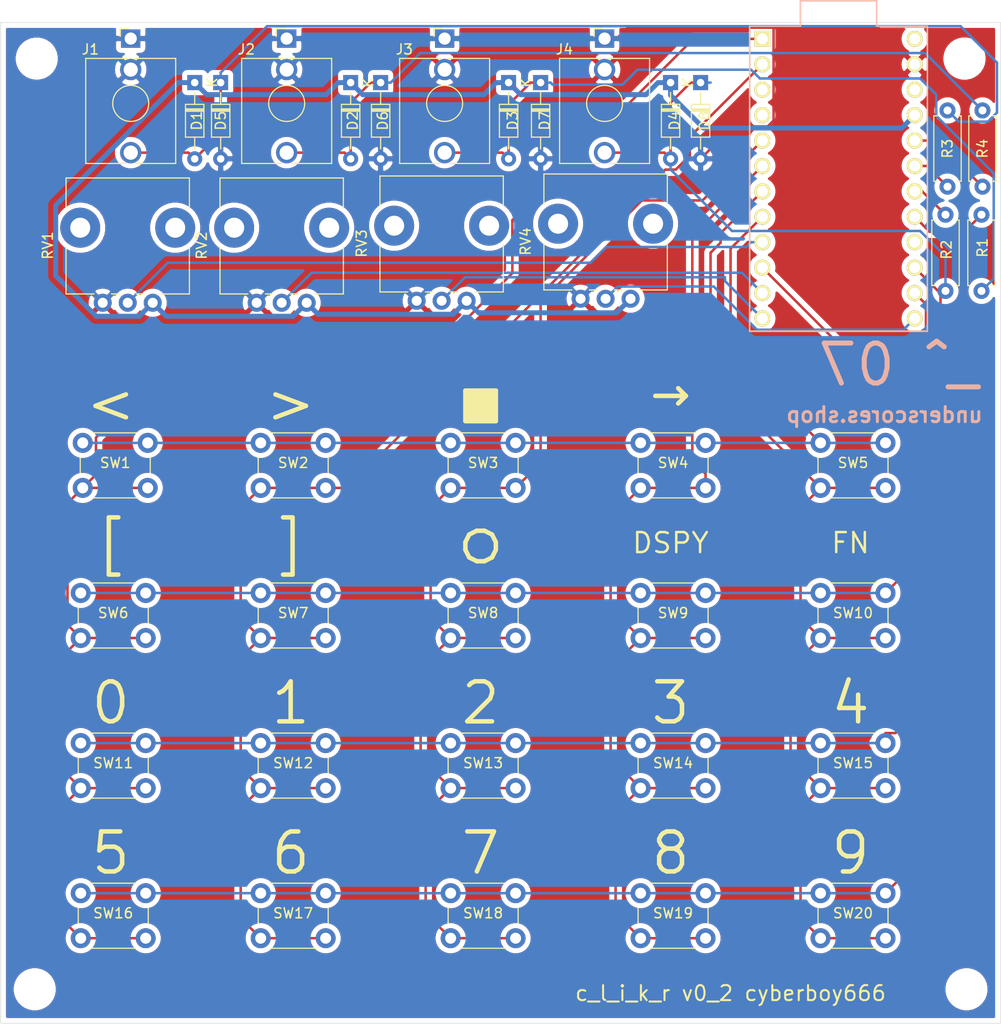
<source format=kicad_pcb>
(kicad_pcb (version 20171130) (host pcbnew 5.1.10)
  (layers (0 F.Cu signal) (31 B.Cu signal) (34 B.Paste user) (35 F.Paste user) (36 B.SilkS user) (37 F.SilkS user) (38 B.Mask user) (39 F.Mask user) (44 Edge.Cuts user))
  (net 0 "")
  (net 1 +5V)
  (net 2 analog_6)
  (net 3 analog_7)
  (net 4 analog_4)
  (net 5 analog_5)
  (net 6 GND)
  (net 7 analog_0)
  (net 8 analog_1)
  (net 9 analog_2)
  (net 10 analog_3)
  (net 11 key_y0)
  (net 12 key_x0)
  (net 13 key_x1)
  (net 14 key_x2)
  (net 15 key_x3)
  (net 16 key_x4)
  (net 17 key_y1)
  (net 18 key_y2)
  (net 19 key_y3)
  (net 20 "Net-(U1-Pad3)")
  (net 21 "Net-(U1-Pad4)")
  (net 22 "Net-(U1-Pad16)")
  (net 23 "Net-(U1-Pad22)")
  (net 24 "Net-(U1-Pad24)")
  (net 25 "Net-(D1-Pad2)")
  (net 26 "Net-(D2-Pad2)")
  (net 27 "Net-(D3-Pad2)")
  (net 28 "Net-(D4-Pad2)")
  (module MountingHole:MountingHole_3.2mm_M3 (layer F.Cu) (at 108.4 146.6)
    (fp_text reference "" (at 0 -4.2) (layer F.SilkS))
    (fp_text value MountingHole_3.2mm_M3)
    (pad 1 np_thru_hole circle (at 0 0) (size 3.2 3.2) (drill 3.2) (layers *.Cu *.Mask))
  )
  (module MountingHole:MountingHole_3.2mm_M3 (layer F.Cu) (at 201.6 146.6)
    (fp_text reference REF** hide)
    (fp_text value MountingHole_3.2mm_M3)
    (pad 1 np_thru_hole circle (at 0 0) (size 3.2 3.2) (drill 3.2) (layers *.Cu *.Mask))
  )
  (module MountingHole:MountingHole_3.2mm_M3 (layer F.Cu) (at 201.4 53.6)
    (fp_text reference REF** hide)
    (fp_text value MountingHole_3.2mm_M3)
    (pad 1 np_thru_hole circle (at 0 0) (size 3.2 3.2) (drill 3.2) (layers *.Cu *.Mask))
  )
  (module MountingHole:MountingHole_3.2mm_M3 (layer F.Cu) (at 108.6 53.6)
    (fp_text reference REF** hide)
    (fp_text value MountingHole_3.2mm_M3)
    (pad 1 np_thru_hole circle (at 0 0) (size 3.2 3.2) (drill 3.2) (layers *.Cu *.Mask))
  )
  (module Diode_THT:D_DO-34_SOD68_P7.62mm_Horizontal (layer F.Cu) (at 124.4 56 270)
    (fp_text reference D1 (at 3.81 -0.2 90) (layer F.SilkS))
    (fp_text value bat46)
    (fp_text user K (at 0 -1.75 90) (layer F.SilkS))
    (pad 2 thru_hole oval (at 7.62 0 270) (size 1.5 1.5) (drill 0.75) (layers *.Cu *.Mask) (net 25 "Net-(D1-Pad2)"))
    (pad 1 thru_hole rect (at 0 0 270) (size 1.5 1.5) (drill 0.75) (layers *.Cu *.Mask) (net 1 +5V))
  )
  (module Diode_THT:D_DO-34_SOD68_P7.62mm_Horizontal (layer F.Cu) (at 140 56 270)
    (fp_text reference D2 (at 3.81 -0.2 90) (layer F.SilkS))
    (fp_text value bat46)
    (fp_text user K (at 0 -1.75 90) (layer F.SilkS))
    (pad 2 thru_hole oval (at 7.62 0 270) (size 1.5 1.5) (drill 0.75) (layers *.Cu *.Mask) (net 26 "Net-(D2-Pad2)"))
    (pad 1 thru_hole rect (at 0 0 270) (size 1.5 1.5) (drill 0.75) (layers *.Cu *.Mask) (net 1 +5V))
  )
  (module Diode_THT:D_DO-34_SOD68_P7.62mm_Horizontal (layer F.Cu) (at 155.8 56 270)
    (fp_text reference D3 (at 3.8 -0.4 90) (layer F.SilkS))
    (fp_text value bat46)
    (fp_text user K (at 0 -1.75 90) (layer F.SilkS))
    (pad 2 thru_hole oval (at 7.62 0 270) (size 1.5 1.5) (drill 0.75) (layers *.Cu *.Mask) (net 27 "Net-(D3-Pad2)"))
    (pad 1 thru_hole rect (at 0 0 270) (size 1.5 1.5) (drill 0.75) (layers *.Cu *.Mask) (net 1 +5V))
  )
  (module Diode_THT:D_DO-34_SOD68_P7.62mm_Horizontal (layer F.Cu) (at 172 56 270)
    (fp_text reference D4 (at 3.8 -0.4 90) (layer F.SilkS))
    (fp_text value bat46)
    (fp_text user K (at 0 -1.75 90) (layer F.SilkS))
    (pad 2 thru_hole oval (at 7.62 0 270) (size 1.5 1.5) (drill 0.75) (layers *.Cu *.Mask) (net 28 "Net-(D4-Pad2)"))
    (pad 1 thru_hole rect (at 0 0 270) (size 1.5 1.5) (drill 0.75) (layers *.Cu *.Mask) (net 1 +5V))
  )
  (module Diode_THT:D_DO-34_SOD68_P7.62mm_Horizontal (layer F.Cu) (at 127 56 270)
    (fp_text reference D5 (at 3.81 0 90) (layer F.SilkS))
    (fp_text value bat46)
    (pad 2 thru_hole oval (at 7.62 0 270) (size 1.5 1.5) (drill 0.75) (layers *.Cu *.Mask) (net 6 GND))
    (pad 1 thru_hole rect (at 0 0 270) (size 1.5 1.5) (drill 0.75) (layers *.Cu *.Mask) (net 25 "Net-(D1-Pad2)"))
  )
  (module Diode_THT:D_DO-34_SOD68_P7.62mm_Horizontal (layer F.Cu) (at 143 56 270)
    (fp_text reference D6 (at 3.81 -0.2 90) (layer F.SilkS))
    (fp_text value bat46)
    (pad 2 thru_hole oval (at 7.62 0 270) (size 1.5 1.5) (drill 0.75) (layers *.Cu *.Mask) (net 6 GND))
    (pad 1 thru_hole rect (at 0 0 270) (size 1.5 1.5) (drill 0.75) (layers *.Cu *.Mask) (net 26 "Net-(D2-Pad2)"))
  )
  (module Diode_THT:D_DO-34_SOD68_P7.62mm_Horizontal (layer F.Cu) (at 159 56 270)
    (fp_text reference D7 (at 3.8 -0.4 90) (layer F.SilkS))
    (fp_text value bat46)
    (pad 2 thru_hole oval (at 7.62 0 270) (size 1.5 1.5) (drill 0.75) (layers *.Cu *.Mask) (net 6 GND))
    (pad 1 thru_hole rect (at 0 0 270) (size 1.5 1.5) (drill 0.75) (layers *.Cu *.Mask) (net 27 "Net-(D3-Pad2)"))
  )
  (module Diode_THT:D_DO-34_SOD68_P7.62mm_Horizontal (layer F.Cu) (at 175 56 270)
    (fp_text reference D8 (at 3.81 -0.4 90) (layer F.SilkS))
    (fp_text value bat46)
    (pad 2 thru_hole oval (at 7.62 0 270) (size 1.5 1.5) (drill 0.75) (layers *.Cu *.Mask) (net 6 GND))
    (pad 1 thru_hole rect (at 0 0 270) (size 1.5 1.5) (drill 0.75) (layers *.Cu *.Mask) (net 28 "Net-(D4-Pad2)"))
  )
  (module Connector_Audio:Jack_3.5mm_QingPu_WQP-PJ398SM_Vertical_CircularHoles (layer F.Cu) (at 118 51.6)
    (fp_text reference J1 (at -4.03 1.08 180) (layer F.SilkS))
    (fp_text value mono_jack_3.5mm)
    (pad T thru_hole circle (at 0 11.4 180) (size 2.13 2.13) (drill 1.43) (layers *.Cu *.Mask) (net 25 "Net-(D1-Pad2)"))
    (pad S thru_hole rect (at 0 0 180) (size 1.93 1.83) (drill 1.22) (layers *.Cu *.Mask) (net 6 GND))
    (pad TN thru_hole circle (at 0 3.1 180) (size 2.13 2.13) (drill 1.42) (layers *.Cu *.Mask) (net 6 GND))
  )
  (module Connector_Audio:Jack_3.5mm_QingPu_WQP-PJ398SM_Vertical_CircularHoles (layer F.Cu) (at 133.6 51.6)
    (fp_text reference J2 (at -4.03 1.08 180) (layer F.SilkS))
    (fp_text value mono_jack_3.5mm)
    (pad T thru_hole circle (at 0 11.4 180) (size 2.13 2.13) (drill 1.43) (layers *.Cu *.Mask) (net 26 "Net-(D2-Pad2)"))
    (pad S thru_hole rect (at 0 0 180) (size 1.93 1.83) (drill 1.22) (layers *.Cu *.Mask) (net 6 GND))
    (pad TN thru_hole circle (at 0 3.1 180) (size 2.13 2.13) (drill 1.42) (layers *.Cu *.Mask) (net 6 GND))
  )
  (module Connector_Audio:Jack_3.5mm_QingPu_WQP-PJ398SM_Vertical_CircularHoles (layer F.Cu) (at 149.4 51.6)
    (fp_text reference J3 (at -4.03 1.08 180) (layer F.SilkS))
    (fp_text value mono_jack_3.5mm)
    (pad T thru_hole circle (at 0 11.4 180) (size 2.13 2.13) (drill 1.43) (layers *.Cu *.Mask) (net 27 "Net-(D3-Pad2)"))
    (pad S thru_hole rect (at 0 0 180) (size 1.93 1.83) (drill 1.22) (layers *.Cu *.Mask) (net 6 GND))
    (pad TN thru_hole circle (at 0 3.1 180) (size 2.13 2.13) (drill 1.42) (layers *.Cu *.Mask) (net 6 GND))
  )
  (module Connector_Audio:Jack_3.5mm_QingPu_WQP-PJ398SM_Vertical_CircularHoles (layer F.Cu) (at 165.4 51.6)
    (fp_text reference J4 (at -4.03 1.08 180) (layer F.SilkS))
    (fp_text value mono_jack_3.5mm)
    (pad T thru_hole circle (at 0 11.4 180) (size 2.13 2.13) (drill 1.43) (layers *.Cu *.Mask) (net 28 "Net-(D4-Pad2)"))
    (pad S thru_hole rect (at 0 0 180) (size 1.93 1.83) (drill 1.22) (layers *.Cu *.Mask) (net 6 GND))
    (pad TN thru_hole circle (at 0 3.1 180) (size 2.13 2.13) (drill 1.42) (layers *.Cu *.Mask) (net 6 GND))
  )
  (module Potentiometer_THT:Potentiometer_Alps_RK09L_Single_Vertical (layer F.Cu) (at 120.2 78 90)
    (fp_text reference RV1 (at 5.725 -10.5 90) (layer F.SilkS))
    (fp_text value 10k_pot)
    (pad "" np_thru_hole circle (at 7.5 2.25 90) (size 4 4) (drill 2) (layers *.Cu *.Mask))
    (pad "" np_thru_hole circle (at 7.5 -7.25 90) (size 4 4) (drill 2) (layers *.Cu *.Mask))
    (pad 1 thru_hole circle (at 0 0 90) (size 1.8 1.8) (drill 1) (layers *.Cu *.Mask) (net 1 +5V))
    (pad 2 thru_hole circle (at 0 -2.5 90) (size 1.8 1.8) (drill 1) (layers *.Cu *.Mask) (net 7 analog_0))
    (pad 3 thru_hole circle (at 0 -5 90) (size 1.8 1.8) (drill 1) (layers *.Cu *.Mask) (net 6 GND))
  )
  (module Potentiometer_THT:Potentiometer_Alps_RK09L_Single_Vertical (layer F.Cu) (at 135.6 78 90)
    (fp_text reference RV2 (at 5.725 -10.5 90) (layer F.SilkS))
    (fp_text value 10k_pot)
    (pad "" np_thru_hole circle (at 7.5 2.25 90) (size 4 4) (drill 2) (layers *.Cu *.Mask))
    (pad "" np_thru_hole circle (at 7.5 -7.25 90) (size 4 4) (drill 2) (layers *.Cu *.Mask))
    (pad 1 thru_hole circle (at 0 0 90) (size 1.8 1.8) (drill 1) (layers *.Cu *.Mask) (net 1 +5V))
    (pad 2 thru_hole circle (at 0 -2.5 90) (size 1.8 1.8) (drill 1) (layers *.Cu *.Mask) (net 8 analog_1))
    (pad 3 thru_hole circle (at 0 -5 90) (size 1.8 1.8) (drill 1) (layers *.Cu *.Mask) (net 6 GND))
  )
  (module Potentiometer_THT:Potentiometer_Alps_RK09L_Single_Vertical (layer F.Cu) (at 151.6 77.8 90)
    (fp_text reference RV3 (at 5.725 -10.5 90) (layer F.SilkS))
    (fp_text value 10k_pot)
    (pad "" np_thru_hole circle (at 7.5 2.25 90) (size 4 4) (drill 2) (layers *.Cu *.Mask))
    (pad "" np_thru_hole circle (at 7.5 -7.25 90) (size 4 4) (drill 2) (layers *.Cu *.Mask))
    (pad 1 thru_hole circle (at 0 0 90) (size 1.8 1.8) (drill 1) (layers *.Cu *.Mask) (net 1 +5V))
    (pad 2 thru_hole circle (at 0 -2.5 90) (size 1.8 1.8) (drill 1) (layers *.Cu *.Mask) (net 9 analog_2))
    (pad 3 thru_hole circle (at 0 -5 90) (size 1.8 1.8) (drill 1) (layers *.Cu *.Mask) (net 6 GND))
  )
  (module Potentiometer_THT:Potentiometer_Alps_RK09L_Single_Vertical (layer F.Cu) (at 168 77.6 90)
    (fp_text reference RV4 (at 5.725 -10.5 90) (layer F.SilkS))
    (fp_text value 10k_pot)
    (pad "" np_thru_hole circle (at 7.5 2.25 90) (size 4 4) (drill 2) (layers *.Cu *.Mask))
    (pad "" np_thru_hole circle (at 7.5 -7.25 90) (size 4 4) (drill 2) (layers *.Cu *.Mask))
    (pad 1 thru_hole circle (at 0 0 90) (size 1.8 1.8) (drill 1) (layers *.Cu *.Mask) (net 1 +5V))
    (pad 2 thru_hole circle (at 0 -2.5 90) (size 1.8 1.8) (drill 1) (layers *.Cu *.Mask) (net 10 analog_3))
    (pad 3 thru_hole circle (at 0 -5 90) (size 1.8 1.8) (drill 1) (layers *.Cu *.Mask) (net 6 GND))
  )
  (module Button_Switch_THT:SW_PUSH_6mm_H7.3mm (layer F.Cu) (at 113.2 92)
    (fp_text reference SW1 (at 3.25 2) (layer F.SilkS))
    (fp_text value Push)
    (pad 1 thru_hole circle (at 6.5 0 90) (size 2 2) (drill 1.1) (layers *.Cu *.Mask) (net 11 key_y0))
    (pad 2 thru_hole circle (at 6.5 4.5 90) (size 2 2) (drill 1.1) (layers *.Cu *.Mask) (net 12 key_x0))
    (pad 1 thru_hole circle (at 0 0 90) (size 2 2) (drill 1.1) (layers *.Cu *.Mask) (net 11 key_y0))
    (pad 2 thru_hole circle (at 0 4.5 90) (size 2 2) (drill 1.1) (layers *.Cu *.Mask) (net 12 key_x0))
  )
  (module Button_Switch_THT:SW_PUSH_6mm_H7.3mm (layer F.Cu) (at 131 92)
    (fp_text reference SW2 (at 3.25 2) (layer F.SilkS))
    (fp_text value Push)
    (pad 1 thru_hole circle (at 6.5 0 90) (size 2 2) (drill 1.1) (layers *.Cu *.Mask) (net 11 key_y0))
    (pad 2 thru_hole circle (at 6.5 4.5 90) (size 2 2) (drill 1.1) (layers *.Cu *.Mask) (net 13 key_x1))
    (pad 1 thru_hole circle (at 0 0 90) (size 2 2) (drill 1.1) (layers *.Cu *.Mask) (net 11 key_y0))
    (pad 2 thru_hole circle (at 0 4.5 90) (size 2 2) (drill 1.1) (layers *.Cu *.Mask) (net 13 key_x1))
  )
  (module Button_Switch_THT:SW_PUSH_6mm_H7.3mm (layer F.Cu) (at 150 92)
    (fp_text reference SW3 (at 3.25 2) (layer F.SilkS))
    (fp_text value Push)
    (pad 1 thru_hole circle (at 6.5 0 90) (size 2 2) (drill 1.1) (layers *.Cu *.Mask) (net 11 key_y0))
    (pad 2 thru_hole circle (at 6.5 4.5 90) (size 2 2) (drill 1.1) (layers *.Cu *.Mask) (net 14 key_x2))
    (pad 1 thru_hole circle (at 0 0 90) (size 2 2) (drill 1.1) (layers *.Cu *.Mask) (net 11 key_y0))
    (pad 2 thru_hole circle (at 0 4.5 90) (size 2 2) (drill 1.1) (layers *.Cu *.Mask) (net 14 key_x2))
  )
  (module Button_Switch_THT:SW_PUSH_6mm_H7.3mm (layer F.Cu) (at 169 92)
    (fp_text reference SW4 (at 3.25 2) (layer F.SilkS))
    (fp_text value Push)
    (pad 1 thru_hole circle (at 6.5 0 90) (size 2 2) (drill 1.1) (layers *.Cu *.Mask) (net 11 key_y0))
    (pad 2 thru_hole circle (at 6.5 4.5 90) (size 2 2) (drill 1.1) (layers *.Cu *.Mask) (net 15 key_x3))
    (pad 1 thru_hole circle (at 0 0 90) (size 2 2) (drill 1.1) (layers *.Cu *.Mask) (net 11 key_y0))
    (pad 2 thru_hole circle (at 0 4.5 90) (size 2 2) (drill 1.1) (layers *.Cu *.Mask) (net 15 key_x3))
  )
  (module Button_Switch_THT:SW_PUSH_6mm_H7.3mm (layer F.Cu) (at 187 92)
    (fp_text reference SW5 (at 3.25 2) (layer F.SilkS))
    (fp_text value Push)
    (pad 1 thru_hole circle (at 6.5 0 90) (size 2 2) (drill 1.1) (layers *.Cu *.Mask) (net 11 key_y0))
    (pad 2 thru_hole circle (at 6.5 4.5 90) (size 2 2) (drill 1.1) (layers *.Cu *.Mask) (net 16 key_x4))
    (pad 1 thru_hole circle (at 0 0 90) (size 2 2) (drill 1.1) (layers *.Cu *.Mask) (net 11 key_y0))
    (pad 2 thru_hole circle (at 0 4.5 90) (size 2 2) (drill 1.1) (layers *.Cu *.Mask) (net 16 key_x4))
  )
  (module Button_Switch_THT:SW_PUSH_6mm_H7.3mm (layer F.Cu) (at 113 107)
    (fp_text reference SW6 (at 3.25 2) (layer F.SilkS))
    (fp_text value Push)
    (pad 1 thru_hole circle (at 6.5 0 90) (size 2 2) (drill 1.1) (layers *.Cu *.Mask) (net 17 key_y1))
    (pad 2 thru_hole circle (at 6.5 4.5 90) (size 2 2) (drill 1.1) (layers *.Cu *.Mask) (net 12 key_x0))
    (pad 1 thru_hole circle (at 0 0 90) (size 2 2) (drill 1.1) (layers *.Cu *.Mask) (net 17 key_y1))
    (pad 2 thru_hole circle (at 0 4.5 90) (size 2 2) (drill 1.1) (layers *.Cu *.Mask) (net 12 key_x0))
  )
  (module Button_Switch_THT:SW_PUSH_6mm_H7.3mm (layer F.Cu) (at 131 107)
    (fp_text reference SW7 (at 3.25 2) (layer F.SilkS))
    (fp_text value Push)
    (pad 1 thru_hole circle (at 6.5 0 90) (size 2 2) (drill 1.1) (layers *.Cu *.Mask) (net 17 key_y1))
    (pad 2 thru_hole circle (at 6.5 4.5 90) (size 2 2) (drill 1.1) (layers *.Cu *.Mask) (net 13 key_x1))
    (pad 1 thru_hole circle (at 0 0 90) (size 2 2) (drill 1.1) (layers *.Cu *.Mask) (net 17 key_y1))
    (pad 2 thru_hole circle (at 0 4.5 90) (size 2 2) (drill 1.1) (layers *.Cu *.Mask) (net 13 key_x1))
  )
  (module Button_Switch_THT:SW_PUSH_6mm_H7.3mm (layer F.Cu) (at 150 107)
    (fp_text reference SW8 (at 3.25 2) (layer F.SilkS))
    (fp_text value Push)
    (pad 1 thru_hole circle (at 6.5 0 90) (size 2 2) (drill 1.1) (layers *.Cu *.Mask) (net 17 key_y1))
    (pad 2 thru_hole circle (at 6.5 4.5 90) (size 2 2) (drill 1.1) (layers *.Cu *.Mask) (net 14 key_x2))
    (pad 1 thru_hole circle (at 0 0 90) (size 2 2) (drill 1.1) (layers *.Cu *.Mask) (net 17 key_y1))
    (pad 2 thru_hole circle (at 0 4.5 90) (size 2 2) (drill 1.1) (layers *.Cu *.Mask) (net 14 key_x2))
  )
  (module Button_Switch_THT:SW_PUSH_6mm_H7.3mm (layer F.Cu) (at 169 107)
    (fp_text reference SW9 (at 3.25 2) (layer F.SilkS))
    (fp_text value Push)
    (pad 1 thru_hole circle (at 6.5 0 90) (size 2 2) (drill 1.1) (layers *.Cu *.Mask) (net 17 key_y1))
    (pad 2 thru_hole circle (at 6.5 4.5 90) (size 2 2) (drill 1.1) (layers *.Cu *.Mask) (net 15 key_x3))
    (pad 1 thru_hole circle (at 0 0 90) (size 2 2) (drill 1.1) (layers *.Cu *.Mask) (net 17 key_y1))
    (pad 2 thru_hole circle (at 0 4.5 90) (size 2 2) (drill 1.1) (layers *.Cu *.Mask) (net 15 key_x3))
  )
  (module Button_Switch_THT:SW_PUSH_6mm_H7.3mm (layer F.Cu) (at 187 107)
    (fp_text reference SW10 (at 3.25 2) (layer F.SilkS))
    (fp_text value Push)
    (pad 1 thru_hole circle (at 6.5 0 90) (size 2 2) (drill 1.1) (layers *.Cu *.Mask) (net 17 key_y1))
    (pad 2 thru_hole circle (at 6.5 4.5 90) (size 2 2) (drill 1.1) (layers *.Cu *.Mask) (net 16 key_x4))
    (pad 1 thru_hole circle (at 0 0 90) (size 2 2) (drill 1.1) (layers *.Cu *.Mask) (net 17 key_y1))
    (pad 2 thru_hole circle (at 0 4.5 90) (size 2 2) (drill 1.1) (layers *.Cu *.Mask) (net 16 key_x4))
  )
  (module Button_Switch_THT:SW_PUSH_6mm_H7.3mm (layer F.Cu) (at 113 122)
    (fp_text reference SW11 (at 3.25 2) (layer F.SilkS))
    (fp_text value Push)
    (pad 1 thru_hole circle (at 6.5 0 90) (size 2 2) (drill 1.1) (layers *.Cu *.Mask) (net 18 key_y2))
    (pad 2 thru_hole circle (at 6.5 4.5 90) (size 2 2) (drill 1.1) (layers *.Cu *.Mask) (net 12 key_x0))
    (pad 1 thru_hole circle (at 0 0 90) (size 2 2) (drill 1.1) (layers *.Cu *.Mask) (net 18 key_y2))
    (pad 2 thru_hole circle (at 0 4.5 90) (size 2 2) (drill 1.1) (layers *.Cu *.Mask) (net 12 key_x0))
  )
  (module Button_Switch_THT:SW_PUSH_6mm_H7.3mm (layer F.Cu) (at 131 122)
    (fp_text reference SW12 (at 3.25 2) (layer F.SilkS))
    (fp_text value Push)
    (pad 1 thru_hole circle (at 6.5 0 90) (size 2 2) (drill 1.1) (layers *.Cu *.Mask) (net 18 key_y2))
    (pad 2 thru_hole circle (at 6.5 4.5 90) (size 2 2) (drill 1.1) (layers *.Cu *.Mask) (net 13 key_x1))
    (pad 1 thru_hole circle (at 0 0 90) (size 2 2) (drill 1.1) (layers *.Cu *.Mask) (net 18 key_y2))
    (pad 2 thru_hole circle (at 0 4.5 90) (size 2 2) (drill 1.1) (layers *.Cu *.Mask) (net 13 key_x1))
  )
  (module Button_Switch_THT:SW_PUSH_6mm_H7.3mm (layer F.Cu) (at 150 122)
    (fp_text reference SW13 (at 3.25 2) (layer F.SilkS))
    (fp_text value Push)
    (pad 1 thru_hole circle (at 6.5 0 90) (size 2 2) (drill 1.1) (layers *.Cu *.Mask) (net 18 key_y2))
    (pad 2 thru_hole circle (at 6.5 4.5 90) (size 2 2) (drill 1.1) (layers *.Cu *.Mask) (net 14 key_x2))
    (pad 1 thru_hole circle (at 0 0 90) (size 2 2) (drill 1.1) (layers *.Cu *.Mask) (net 18 key_y2))
    (pad 2 thru_hole circle (at 0 4.5 90) (size 2 2) (drill 1.1) (layers *.Cu *.Mask) (net 14 key_x2))
  )
  (module Button_Switch_THT:SW_PUSH_6mm_H7.3mm (layer F.Cu) (at 169 122)
    (fp_text reference SW14 (at 3.25 2) (layer F.SilkS))
    (fp_text value Push)
    (pad 1 thru_hole circle (at 6.5 0 90) (size 2 2) (drill 1.1) (layers *.Cu *.Mask) (net 18 key_y2))
    (pad 2 thru_hole circle (at 6.5 4.5 90) (size 2 2) (drill 1.1) (layers *.Cu *.Mask) (net 15 key_x3))
    (pad 1 thru_hole circle (at 0 0 90) (size 2 2) (drill 1.1) (layers *.Cu *.Mask) (net 18 key_y2))
    (pad 2 thru_hole circle (at 0 4.5 90) (size 2 2) (drill 1.1) (layers *.Cu *.Mask) (net 15 key_x3))
  )
  (module Button_Switch_THT:SW_PUSH_6mm_H7.3mm (layer F.Cu) (at 187 122)
    (fp_text reference SW15 (at 3.25 2) (layer F.SilkS))
    (fp_text value Push)
    (pad 1 thru_hole circle (at 6.5 0 90) (size 2 2) (drill 1.1) (layers *.Cu *.Mask) (net 18 key_y2))
    (pad 2 thru_hole circle (at 6.5 4.5 90) (size 2 2) (drill 1.1) (layers *.Cu *.Mask) (net 16 key_x4))
    (pad 1 thru_hole circle (at 0 0 90) (size 2 2) (drill 1.1) (layers *.Cu *.Mask) (net 18 key_y2))
    (pad 2 thru_hole circle (at 0 4.5 90) (size 2 2) (drill 1.1) (layers *.Cu *.Mask) (net 16 key_x4))
  )
  (module Button_Switch_THT:SW_PUSH_6mm_H7.3mm (layer F.Cu) (at 113 137)
    (fp_text reference SW16 (at 3.25 2) (layer F.SilkS))
    (fp_text value Push)
    (pad 1 thru_hole circle (at 6.5 0 90) (size 2 2) (drill 1.1) (layers *.Cu *.Mask) (net 19 key_y3))
    (pad 2 thru_hole circle (at 6.5 4.5 90) (size 2 2) (drill 1.1) (layers *.Cu *.Mask) (net 12 key_x0))
    (pad 1 thru_hole circle (at 0 0 90) (size 2 2) (drill 1.1) (layers *.Cu *.Mask) (net 19 key_y3))
    (pad 2 thru_hole circle (at 0 4.5 90) (size 2 2) (drill 1.1) (layers *.Cu *.Mask) (net 12 key_x0))
  )
  (module Button_Switch_THT:SW_PUSH_6mm_H7.3mm (layer F.Cu) (at 131 137)
    (fp_text reference SW17 (at 3.25 2) (layer F.SilkS))
    (fp_text value Push)
    (pad 1 thru_hole circle (at 6.5 0 90) (size 2 2) (drill 1.1) (layers *.Cu *.Mask) (net 19 key_y3))
    (pad 2 thru_hole circle (at 6.5 4.5 90) (size 2 2) (drill 1.1) (layers *.Cu *.Mask) (net 13 key_x1))
    (pad 1 thru_hole circle (at 0 0 90) (size 2 2) (drill 1.1) (layers *.Cu *.Mask) (net 19 key_y3))
    (pad 2 thru_hole circle (at 0 4.5 90) (size 2 2) (drill 1.1) (layers *.Cu *.Mask) (net 13 key_x1))
  )
  (module Button_Switch_THT:SW_PUSH_6mm_H7.3mm (layer F.Cu) (at 150 137)
    (fp_text reference SW18 (at 3.25 2) (layer F.SilkS))
    (fp_text value Push)
    (pad 1 thru_hole circle (at 6.5 0 90) (size 2 2) (drill 1.1) (layers *.Cu *.Mask) (net 19 key_y3))
    (pad 2 thru_hole circle (at 6.5 4.5 90) (size 2 2) (drill 1.1) (layers *.Cu *.Mask) (net 14 key_x2))
    (pad 1 thru_hole circle (at 0 0 90) (size 2 2) (drill 1.1) (layers *.Cu *.Mask) (net 19 key_y3))
    (pad 2 thru_hole circle (at 0 4.5 90) (size 2 2) (drill 1.1) (layers *.Cu *.Mask) (net 14 key_x2))
  )
  (module Button_Switch_THT:SW_PUSH_6mm_H7.3mm (layer F.Cu) (at 169 137)
    (fp_text reference SW19 (at 3.25 2) (layer F.SilkS))
    (fp_text value Push)
    (pad 1 thru_hole circle (at 6.5 0 90) (size 2 2) (drill 1.1) (layers *.Cu *.Mask) (net 19 key_y3))
    (pad 2 thru_hole circle (at 6.5 4.5 90) (size 2 2) (drill 1.1) (layers *.Cu *.Mask) (net 15 key_x3))
    (pad 1 thru_hole circle (at 0 0 90) (size 2 2) (drill 1.1) (layers *.Cu *.Mask) (net 19 key_y3))
    (pad 2 thru_hole circle (at 0 4.5 90) (size 2 2) (drill 1.1) (layers *.Cu *.Mask) (net 15 key_x3))
  )
  (module Button_Switch_THT:SW_PUSH_6mm_H7.3mm (layer F.Cu) (at 187 137)
    (fp_text reference SW20 (at 3.25 2) (layer F.SilkS))
    (fp_text value Push)
    (pad 1 thru_hole circle (at 6.5 0 90) (size 2 2) (drill 1.1) (layers *.Cu *.Mask) (net 19 key_y3))
    (pad 2 thru_hole circle (at 6.5 4.5 90) (size 2 2) (drill 1.1) (layers *.Cu *.Mask) (net 16 key_x4))
    (pad 1 thru_hole circle (at 0 0 90) (size 2 2) (drill 1.1) (layers *.Cu *.Mask) (net 19 key_y3))
    (pad 2 thru_hole circle (at 0 4.5 90) (size 2 2) (drill 1.1) (layers *.Cu *.Mask) (net 16 key_x4))
  )
  (module project_parts:ProMicro (layer F.Cu) (at 188.8 65.6 270)
    (fp_text reference U1 hide)
    (fp_text value ProMicro)
    (pad 24 thru_hole circle (at -13.97 -7.62 270) (size 1.6 1.6) (drill 1.1) (layers *.Cu *.Mask F.SilkS) (net 24 "Net-(U1-Pad24)"))
    (pad 23 thru_hole circle (at -11.43 -7.62 270) (size 1.6 1.6) (drill 1.1) (layers *.Cu *.Mask F.SilkS) (net 6 GND))
    (pad 22 thru_hole circle (at -8.89 -7.62 270) (size 1.6 1.6) (drill 1.1) (layers *.Cu *.Mask F.SilkS) (net 23 "Net-(U1-Pad22)"))
    (pad 21 thru_hole circle (at -6.35 -7.62 270) (size 1.6 1.6) (drill 1.1) (layers *.Cu *.Mask F.SilkS) (net 1 +5V))
    (pad 20 thru_hole circle (at -3.81 -7.62 270) (size 1.6 1.6) (drill 1.1) (layers *.Cu *.Mask F.SilkS) (net 3 analog_7))
    (pad 19 thru_hole circle (at -1.27 -7.62 270) (size 1.6 1.6) (drill 1.1) (layers *.Cu *.Mask F.SilkS) (net 2 analog_6))
    (pad 18 thru_hole circle (at 1.27 -7.62 270) (size 1.6 1.6) (drill 1.1) (layers *.Cu *.Mask F.SilkS) (net 5 analog_5))
    (pad 17 thru_hole circle (at 3.81 -7.62 270) (size 1.6 1.6) (drill 1.1) (layers *.Cu *.Mask F.SilkS) (net 4 analog_4))
    (pad 16 thru_hole circle (at 6.35 -7.62 270) (size 1.6 1.6) (drill 1.1) (layers *.Cu *.Mask F.SilkS) (net 22 "Net-(U1-Pad16)"))
    (pad 15 thru_hole circle (at 8.89 -7.62 270) (size 1.6 1.6) (drill 1.1) (layers *.Cu *.Mask F.SilkS) (net 19 key_y3))
    (pad 14 thru_hole circle (at 11.43 -7.62 270) (size 1.6 1.6) (drill 1.1) (layers *.Cu *.Mask F.SilkS) (net 18 key_y2))
    (pad 13 thru_hole circle (at 13.97 -7.62 270) (size 1.6 1.6) (drill 1.1) (layers *.Cu *.Mask F.SilkS) (net 10 analog_3))
    (pad 12 thru_hole circle (at 13.97 7.62 270) (size 1.6 1.6) (drill 1.1) (layers *.Cu *.Mask F.SilkS) (net 9 analog_2))
    (pad 11 thru_hole circle (at 11.43 7.62 270) (size 1.6 1.6) (drill 1.1) (layers *.Cu *.Mask F.SilkS) (net 8 analog_1))
    (pad 10 thru_hole circle (at 8.89 7.62 270) (size 1.6 1.6) (drill 1.1) (layers *.Cu *.Mask F.SilkS) (net 17 key_y1))
    (pad 9 thru_hole circle (at 6.35 7.62 270) (size 1.6 1.6) (drill 1.1) (layers *.Cu *.Mask F.SilkS) (net 7 analog_0))
    (pad 8 thru_hole circle (at 3.81 7.62 270) (size 1.6 1.6) (drill 1.1) (layers *.Cu *.Mask F.SilkS) (net 11 key_y0))
    (pad 7 thru_hole circle (at 1.27 7.62 270) (size 1.6 1.6) (drill 1.1) (layers *.Cu *.Mask F.SilkS) (net 16 key_x4))
    (pad 6 thru_hole circle (at -1.27 7.62 270) (size 1.6 1.6) (drill 1.1) (layers *.Cu *.Mask F.SilkS) (net 15 key_x3))
    (pad 5 thru_hole circle (at -3.81 7.62 270) (size 1.6 1.6) (drill 1.1) (layers *.Cu *.Mask F.SilkS) (net 14 key_x2))
    (pad 4 thru_hole circle (at -6.35 7.62 270) (size 1.6 1.6) (drill 1.1) (layers *.Cu *.Mask F.SilkS) (net 21 "Net-(U1-Pad4)"))
    (pad 3 thru_hole circle (at -8.89 7.62 270) (size 1.6 1.6) (drill 1.1) (layers *.Cu *.Mask F.SilkS) (net 20 "Net-(U1-Pad3)"))
    (pad 2 thru_hole circle (at -11.43 7.62 270) (size 1.6 1.6) (drill 1.1) (layers *.Cu *.Mask F.SilkS) (net 13 key_x1))
    (pad 1 thru_hole rect (at -13.97 7.62 270) (size 1.6 1.6) (drill 1.1) (layers *.Cu *.Mask F.SilkS) (net 12 key_x0))
  )
  (module Resistor_THT:R_Axial_DIN0207_L6.3mm_D2.5mm_P7.62mm_Horizontal (layer F.Cu) (at 203.1 69.2 270)
    (fp_text reference R1 (at 3.3 -0.1 90) (layer F.SilkS))
    (fp_text value 1k)
    (pad 2 thru_hole oval (at 7.62 0 270) (size 1.6 1.6) (drill 0.8) (layers *.Cu *.Mask) (net 27 "Net-(D3-Pad2)"))
    (pad 1 thru_hole circle (at 0 0 270) (size 1.6 1.6) (drill 0.8) (layers *.Cu *.Mask) (net 4 analog_4))
  )
  (module Resistor_THT:R_Axial_DIN0207_L6.3mm_D2.5mm_P7.62mm_Horizontal (layer F.Cu) (at 199.5 69.2 270)
    (fp_text reference R2 (at 3.5 -0.1 90) (layer F.SilkS))
    (fp_text value 1k)
    (pad 1 thru_hole circle (at 0 0 270) (size 1.6 1.6) (drill 0.8) (layers *.Cu *.Mask) (net 5 analog_5))
    (pad 2 thru_hole oval (at 7.62 0 270) (size 1.6 1.6) (drill 0.8) (layers *.Cu *.Mask) (net 28 "Net-(D4-Pad2)"))
  )
  (module Resistor_THT:R_Axial_DIN0207_L6.3mm_D2.5mm_P7.62mm_Horizontal (layer F.Cu) (at 199.7 66.4 90)
    (fp_text reference R3 (at 3.8 0 90) (layer F.SilkS))
    (fp_text value 1k)
    (pad 2 thru_hole oval (at 7.62 0 90) (size 1.6 1.6) (drill 0.8) (layers *.Cu *.Mask) (net 25 "Net-(D1-Pad2)"))
    (pad 1 thru_hole circle (at 0 0 90) (size 1.6 1.6) (drill 0.8) (layers *.Cu *.Mask) (net 2 analog_6))
  )
  (module Resistor_THT:R_Axial_DIN0207_L6.3mm_D2.5mm_P7.62mm_Horizontal (layer F.Cu) (at 203.2 66.4 90)
    (fp_text reference R4 (at 3.8 0 90) (layer F.SilkS))
    (fp_text value 1k)
    (pad 1 thru_hole circle (at 0 0 90) (size 1.6 1.6) (drill 0.8) (layers *.Cu *.Mask) (net 3 analog_7))
    (pad 2 thru_hole oval (at 7.62 0 90) (size 1.6 1.6) (drill 0.8) (layers *.Cu *.Mask) (net 26 "Net-(D2-Pad2)"))
  )
  (gr_text "_^ 07" (at 194.8 84.2) (layer B.SilkS) (effects (font (size 4 4) (thickness 0.5)) (justify mirror)))
  (gr_text underscores.shop (at 193.4 89.2) (layer B.SilkS) (effects (font (size 1.5 1.5) (thickness 0.3)) (justify mirror)))
  (gr_text "c_l_i_k_r v0_2 cyberboy666" (at 178 147) (layer F.SilkS) (effects (font (size 1.5 1.5) (thickness 0.2))))
  (gr_text 9 (at 190 133) (layer F.SilkS) (effects (font (size 4 4) (thickness 0.45))))
  (gr_text 8 (at 172 133) (layer F.SilkS) (effects (font (size 4 4) (thickness 0.45))))
  (gr_text 7 (at 153 133) (layer F.SilkS) (effects (font (size 4 4) (thickness 0.45))))
  (gr_text 6 (at 134 133) (layer F.SilkS) (effects (font (size 4 4) (thickness 0.45))))
  (gr_text 5 (at 116 133) (layer F.SilkS) (effects (font (size 4 4) (thickness 0.45))))
  (gr_text 4 (at 190 118) (layer F.SilkS) (effects (font (size 4 4) (thickness 0.45))))
  (gr_text 3 (at 172 118) (layer F.SilkS) (effects (font (size 4 4) (thickness 0.45))))
  (gr_text 2 (at 153 118) (layer F.SilkS) (effects (font (size 4 4) (thickness 0.45))))
  (gr_text 1 (at 134 118) (layer F.SilkS) (effects (font (size 4 4) (thickness 0.45))))
  (gr_text 0 (at 116 118) (layer F.SilkS) (effects (font (size 4 4) (thickness 0.45))))
  (gr_text FN (at 190 102) (layer F.SilkS) (effects (font (size 2 2) (thickness 0.25))))
  (gr_text DSPY (at 172 102) (layer F.SilkS) (effects (font (size 2 2) (thickness 0.25))))
  (gr_text ○ (at 153 102) (layer F.SilkS) (effects (font (size 4 4) (thickness 0.45))))
  (gr_text ] (at 134 102) (layer F.SilkS) (effects (font (size 4 4) (thickness 0.45))))
  (gr_text [ (at 116 102) (layer F.SilkS) (effects (font (size 4 4) (thickness 0.45))))
  (gr_text → (at 172 87) (layer F.SilkS) (effects (font (size 4 4) (thickness 0.45))))
  (gr_text ■ (at 153 88) (layer F.SilkS) (effects (font (size 4 4) (thickness 0.45))))
  (gr_text > (at 134 88) (layer F.SilkS) (effects (font (size 4 4) (thickness 0.45))))
  (gr_text < (at 116 88) (layer F.SilkS) (effects (font (size 4 4) (thickness 0.45))))
  (gr_line (start 105 150) (end 105 50) (layer Edge.Cuts) (width 0.05))
  (gr_line (start 205 150) (end 105 150) (layer Edge.Cuts) (width 0.05))
  (gr_line (start 205 50) (end 205 150) (layer Edge.Cuts) (width 0.05))
  (gr_line (start 105 50) (end 205 50) (layer Edge.Cuts) (width 0.05))
  (segment (start 172 57.25) (end 172 56) (width 0.5) (layer B.Cu) (net 1))
  (segment (start 175.289999 60.539999) (end 172 57.25) (width 0.5) (layer B.Cu) (net 1))
  (segment (start 195.130001 60.539999) (end 175.289999 60.539999) (width 0.5) (layer B.Cu) (net 1))
  (segment (start 196.42 59.25) (end 195.130001 60.539999) (width 0.5) (layer B.Cu) (net 1))
  (segment (start 157.000001 57.200001) (end 155.8 56) (width 0.5) (layer B.Cu) (net 1))
  (segment (start 169.549999 57.200001) (end 157.000001 57.200001) (width 0.5) (layer B.Cu) (net 1))
  (segment (start 170.75 56) (end 169.549999 57.200001) (width 0.5) (layer B.Cu) (net 1))
  (segment (start 172 56) (end 170.75 56) (width 0.5) (layer B.Cu) (net 1))
  (segment (start 141.200001 57.200001) (end 140 56) (width 0.5) (layer B.Cu) (net 1))
  (segment (start 154.55 56) (end 153.349999 57.200001) (width 0.5) (layer B.Cu) (net 1))
  (segment (start 153.349999 57.200001) (end 141.200001 57.200001) (width 0.5) (layer B.Cu) (net 1))
  (segment (start 155.8 56) (end 154.55 56) (width 0.5) (layer B.Cu) (net 1))
  (segment (start 125.600001 57.200001) (end 124.4 56) (width 0.5) (layer B.Cu) (net 1))
  (segment (start 137.549999 57.200001) (end 125.600001 57.200001) (width 0.5) (layer B.Cu) (net 1))
  (segment (start 138.75 56) (end 137.549999 57.200001) (width 0.5) (layer B.Cu) (net 1))
  (segment (start 140 56) (end 138.75 56) (width 0.5) (layer B.Cu) (net 1))
  (segment (start 136.750001 79.150001) (end 136.499999 78.899999) (width 0.5) (layer B.Cu) (net 1))
  (segment (start 136.499999 78.899999) (end 135.6 78) (width 0.5) (layer B.Cu) (net 1))
  (segment (start 150.249999 79.150001) (end 136.750001 79.150001) (width 0.5) (layer B.Cu) (net 1))
  (segment (start 151.6 77.8) (end 150.249999 79.150001) (width 0.5) (layer B.Cu) (net 1))
  (segment (start 121.099999 78.899999) (end 120.2 78) (width 0.5) (layer B.Cu) (net 1))
  (segment (start 121.550001 79.350001) (end 121.099999 78.899999) (width 0.5) (layer B.Cu) (net 1))
  (segment (start 134.249999 79.350001) (end 121.550001 79.350001) (width 0.5) (layer B.Cu) (net 1))
  (segment (start 135.6 78) (end 134.249999 79.350001) (width 0.5) (layer B.Cu) (net 1))
  (segment (start 167.100001 78.499999) (end 168 77.6) (width 0.5) (layer B.Cu) (net 1))
  (segment (start 152.8 79) (end 166.6 79) (width 0.5) (layer B.Cu) (net 1))
  (segment (start 166.6 79) (end 167.100001 78.499999) (width 0.5) (layer B.Cu) (net 1))
  (segment (start 151.6 77.8) (end 152.8 79) (width 0.5) (layer B.Cu) (net 1))
  (segment (start 114.551999 79.350001) (end 118.849999 79.350001) (width 0.5) (layer B.Cu) (net 1))
  (segment (start 110.499999 75.298001) (end 114.551999 79.350001) (width 0.5) (layer B.Cu) (net 1))
  (segment (start 110.499999 68.257799) (end 110.499999 75.298001) (width 0.5) (layer B.Cu) (net 1))
  (segment (start 119.300001 78.899999) (end 120.2 78) (width 0.5) (layer B.Cu) (net 1))
  (segment (start 118.849999 79.350001) (end 119.300001 78.899999) (width 0.5) (layer B.Cu) (net 1))
  (segment (start 122.757798 56) (end 110.499999 68.257799) (width 0.5) (layer B.Cu) (net 1))
  (segment (start 124.4 56) (end 122.757798 56) (width 0.5) (layer B.Cu) (net 1))
  (segment (start 197.63 64.33) (end 196.42 64.33) (width 0.25) (layer F.Cu) (net 2))
  (segment (start 199.7 66.4) (end 197.63 64.33) (width 0.25) (layer F.Cu) (net 2))
  (segment (start 198.59 61.79) (end 196.42 61.79) (width 0.25) (layer F.Cu) (net 3))
  (segment (start 203.2 66.4) (end 198.59 61.79) (width 0.25) (layer F.Cu) (net 3))
  (segment (start 202.300001 69.999999) (end 203.1 69.2) (width 0.25) (layer F.Cu) (net 4))
  (segment (start 201.4 70.9) (end 202.300001 69.999999) (width 0.25) (layer F.Cu) (net 4))
  (segment (start 197.91 70.9) (end 201.4 70.9) (width 0.25) (layer F.Cu) (net 4))
  (segment (start 196.42 69.41) (end 197.91 70.9) (width 0.25) (layer F.Cu) (net 4))
  (segment (start 197.17 66.87) (end 196.42 66.87) (width 0.25) (layer F.Cu) (net 5))
  (segment (start 199.5 69.2) (end 197.17 66.87) (width 0.25) (layer F.Cu) (net 5))
  (segment (start 192.754999 50.504999) (end 167.710001 50.504999) (width 0.25) (layer F.Cu) (net 6))
  (segment (start 196.42 54.17) (end 192.754999 50.504999) (width 0.25) (layer F.Cu) (net 6))
  (segment (start 182.305001 50.569999) (end 182.240001 50.504999) (width 0.25) (layer F.Cu) (net 6))
  (segment (start 182.305001 59.790001) (end 182.305001 50.569999) (width 0.25) (layer F.Cu) (net 6))
  (segment (start 181.720001 60.375001) (end 182.305001 59.790001) (width 0.25) (layer F.Cu) (net 6))
  (segment (start 166.615 51.6) (end 165.4 51.6) (width 0.25) (layer F.Cu) (net 6))
  (segment (start 182.240001 50.504999) (end 167.710001 50.504999) (width 0.25) (layer F.Cu) (net 6))
  (segment (start 178.244999 60.375001) (end 181.720001 60.375001) (width 0.25) (layer F.Cu) (net 6))
  (segment (start 167.710001 50.504999) (end 166.615 51.6) (width 0.25) (layer F.Cu) (net 6))
  (segment (start 175 63.62) (end 178.244999 60.375001) (width 0.25) (layer F.Cu) (net 6))
  (segment (start 180.04863 71.95) (end 181.18 71.95) (width 0.25) (layer B.Cu) (net 7))
  (segment (start 179.573629 72.425001) (end 180.04863 71.95) (width 0.25) (layer B.Cu) (net 7))
  (segment (start 164 74) (end 165.574999 72.425001) (width 0.25) (layer B.Cu) (net 7))
  (segment (start 121.7 74) (end 164 74) (width 0.25) (layer B.Cu) (net 7))
  (segment (start 165.574999 72.425001) (end 179.573629 72.425001) (width 0.25) (layer B.Cu) (net 7))
  (segment (start 117.7 78) (end 121.7 74) (width 0.25) (layer B.Cu) (net 7))
  (segment (start 180.380001 76.230001) (end 181.18 77.03) (width 0.25) (layer B.Cu) (net 8))
  (segment (start 179.15 75) (end 180.380001 76.230001) (width 0.25) (layer B.Cu) (net 8))
  (segment (start 136.1 75) (end 179.15 75) (width 0.25) (layer B.Cu) (net 8))
  (segment (start 133.1 78) (end 136.1 75) (width 0.25) (layer B.Cu) (net 8))
  (segment (start 151.44999 75.45001) (end 177.45001 75.45001) (width 0.25) (layer B.Cu) (net 9))
  (segment (start 149.1 77.8) (end 151.44999 75.45001) (width 0.25) (layer B.Cu) (net 9))
  (segment (start 177.45001 75.84001) (end 181.18 79.57) (width 0.25) (layer B.Cu) (net 9))
  (segment (start 177.45001 75.45001) (end 177.45001 75.84001) (width 0.25) (layer B.Cu) (net 9))
  (segment (start 195.294999 80.695001) (end 195.620001 80.369999) (width 0.25) (layer B.Cu) (net 10))
  (segment (start 180.639999 80.695001) (end 195.294999 80.695001) (width 0.25) (layer B.Cu) (net 10))
  (segment (start 195.620001 80.369999) (end 196.42 79.57) (width 0.25) (layer B.Cu) (net 10))
  (segment (start 176.319997 76.374999) (end 180.639999 80.695001) (width 0.25) (layer B.Cu) (net 10))
  (segment (start 166.725001 76.374999) (end 176.319997 76.374999) (width 0.25) (layer B.Cu) (net 10))
  (segment (start 165.5 77.6) (end 166.725001 76.374999) (width 0.25) (layer B.Cu) (net 10))
  (segment (start 187 92) (end 178 83) (width 0.25) (layer F.Cu) (net 11))
  (segment (start 178 72.59) (end 181.18 69.41) (width 0.25) (layer F.Cu) (net 11))
  (segment (start 178 83) (end 178 72.59) (width 0.25) (layer F.Cu) (net 11))
  (segment (start 119.7 92) (end 131 92) (width 0.25) (layer B.Cu) (net 11))
  (segment (start 137.5 92) (end 150 92) (width 0.25) (layer B.Cu) (net 11))
  (segment (start 156.5 92) (end 169 92) (width 0.25) (layer B.Cu) (net 11))
  (segment (start 175.5 92) (end 187 92) (width 0.25) (layer B.Cu) (net 11))
  (segment (start 119.7 92) (end 113.2 92) (width 0.25) (layer B.Cu) (net 11))
  (segment (start 131 92) (end 137.5 92) (width 0.25) (layer B.Cu) (net 11))
  (segment (start 150 92) (end 156.5 92) (width 0.25) (layer B.Cu) (net 11))
  (segment (start 169 92) (end 175.5 92) (width 0.25) (layer B.Cu) (net 11))
  (segment (start 187 92) (end 193.5 92) (width 0.25) (layer B.Cu) (net 11))
  (segment (start 156.175001 75.038001) (end 149.213002 82) (width 0.25) (layer F.Cu) (net 12))
  (segment (start 156.175001 69.739997) (end 156.175001 75.038001) (width 0.25) (layer F.Cu) (net 12))
  (segment (start 174.284998 51.63) (end 156.175001 69.739997) (width 0.25) (layer F.Cu) (net 12))
  (segment (start 181.18 51.63) (end 174.284998 51.63) (width 0.25) (layer F.Cu) (net 12))
  (segment (start 114.525001 95.174999) (end 114.199999 95.500001) (width 0.25) (layer F.Cu) (net 12))
  (segment (start 114.525001 91.474999) (end 114.525001 95.174999) (width 0.25) (layer F.Cu) (net 12))
  (segment (start 124 82) (end 114.525001 91.474999) (width 0.25) (layer F.Cu) (net 12))
  (segment (start 114.199999 95.500001) (end 113.2 96.5) (width 0.25) (layer F.Cu) (net 12))
  (segment (start 149.213002 82) (end 124 82) (width 0.25) (layer F.Cu) (net 12))
  (segment (start 112.000001 110.500001) (end 113 111.5) (width 0.25) (layer F.Cu) (net 12))
  (segment (start 111.674999 110.174999) (end 112.000001 110.500001) (width 0.25) (layer F.Cu) (net 12))
  (segment (start 111.674999 98.025001) (end 111.674999 110.174999) (width 0.25) (layer F.Cu) (net 12))
  (segment (start 113.2 96.5) (end 111.674999 98.025001) (width 0.25) (layer F.Cu) (net 12))
  (segment (start 112.000001 125.500001) (end 113 126.5) (width 0.25) (layer F.Cu) (net 12))
  (segment (start 111 124.5) (end 112.000001 125.500001) (width 0.25) (layer F.Cu) (net 12))
  (segment (start 111 113.5) (end 111 124.5) (width 0.25) (layer F.Cu) (net 12))
  (segment (start 113 111.5) (end 111 113.5) (width 0.25) (layer F.Cu) (net 12))
  (segment (start 112.000001 140.500001) (end 113 141.5) (width 0.25) (layer F.Cu) (net 12))
  (segment (start 111 139.5) (end 112.000001 140.500001) (width 0.25) (layer F.Cu) (net 12))
  (segment (start 111 128.5) (end 111 139.5) (width 0.25) (layer F.Cu) (net 12))
  (segment (start 113 126.5) (end 111 128.5) (width 0.25) (layer F.Cu) (net 12))
  (segment (start 118.085787 111.5) (end 113 111.5) (width 0.25) (layer F.Cu) (net 12))
  (segment (start 119.5 111.5) (end 118.085787 111.5) (width 0.25) (layer F.Cu) (net 12))
  (segment (start 113 126.5) (end 119.5 126.5) (width 0.25) (layer F.Cu) (net 12))
  (segment (start 118.085787 141.5) (end 113 141.5) (width 0.25) (layer F.Cu) (net 12))
  (segment (start 119.5 141.5) (end 118.085787 141.5) (width 0.25) (layer F.Cu) (net 12))
  (segment (start 118.285787 96.5) (end 113.2 96.5) (width 0.25) (layer F.Cu) (net 12))
  (segment (start 119.7 96.5) (end 118.285787 96.5) (width 0.25) (layer F.Cu) (net 12))
  (segment (start 173.924999 61.425001) (end 180.380001 54.969999) (width 0.25) (layer F.Cu) (net 13))
  (segment (start 173.924999 63.286003) (end 173.924999 61.425001) (width 0.25) (layer F.Cu) (net 13))
  (segment (start 180.380001 54.969999) (end 181.18 54.17) (width 0.25) (layer F.Cu) (net 13))
  (segment (start 172.516001 64.695001) (end 173.924999 63.286003) (width 0.25) (layer F.Cu) (net 13))
  (segment (start 171.483999 64.695001) (end 172.516001 64.695001) (width 0.25) (layer F.Cu) (net 13))
  (segment (start 139.679 96.5) (end 171.483999 64.695001) (width 0.25) (layer F.Cu) (net 13))
  (segment (start 137.5 96.5) (end 139.679 96.5) (width 0.25) (layer F.Cu) (net 13))
  (segment (start 130.000001 110.500001) (end 131 111.5) (width 0.25) (layer F.Cu) (net 13))
  (segment (start 129 109.5) (end 130.000001 110.500001) (width 0.25) (layer F.Cu) (net 13))
  (segment (start 129 98.5) (end 129 109.5) (width 0.25) (layer F.Cu) (net 13))
  (segment (start 131 96.5) (end 129 98.5) (width 0.25) (layer F.Cu) (net 13))
  (segment (start 129 124.5) (end 130.000001 125.500001) (width 0.25) (layer F.Cu) (net 13))
  (segment (start 130.000001 125.500001) (end 131 126.5) (width 0.25) (layer F.Cu) (net 13))
  (segment (start 129 113.5) (end 129 124.5) (width 0.25) (layer F.Cu) (net 13))
  (segment (start 131 111.5) (end 129 113.5) (width 0.25) (layer F.Cu) (net 13))
  (segment (start 129 139.5) (end 130.000001 140.500001) (width 0.25) (layer F.Cu) (net 13))
  (segment (start 130.000001 140.500001) (end 131 141.5) (width 0.25) (layer F.Cu) (net 13))
  (segment (start 129 128.5) (end 129 139.5) (width 0.25) (layer F.Cu) (net 13))
  (segment (start 131 126.5) (end 129 128.5) (width 0.25) (layer F.Cu) (net 13))
  (segment (start 131 96.5) (end 137.5 96.5) (width 0.25) (layer F.Cu) (net 13))
  (segment (start 136.085787 111.5) (end 131 111.5) (width 0.25) (layer F.Cu) (net 13))
  (segment (start 137.5 111.5) (end 136.085787 111.5) (width 0.25) (layer F.Cu) (net 13))
  (segment (start 131 126.5) (end 137.5 126.5) (width 0.25) (layer F.Cu) (net 13))
  (segment (start 136.085787 141.5) (end 131 141.5) (width 0.25) (layer F.Cu) (net 13))
  (segment (start 137.5 141.5) (end 136.085787 141.5) (width 0.25) (layer F.Cu) (net 13))
  (segment (start 156.5 96.5) (end 159 94) (width 0.25) (layer F.Cu) (net 14))
  (segment (start 169.133999 67.774999) (end 175.195001 67.774999) (width 0.25) (layer F.Cu) (net 14))
  (segment (start 180.380001 62.589999) (end 181.18 61.79) (width 0.25) (layer F.Cu) (net 14))
  (segment (start 175.195001 67.774999) (end 180.380001 62.589999) (width 0.25) (layer F.Cu) (net 14))
  (segment (start 159 77.908998) (end 169.133999 67.774999) (width 0.25) (layer F.Cu) (net 14))
  (segment (start 159 94) (end 159 77.908998) (width 0.25) (layer F.Cu) (net 14))
  (segment (start 149.000001 110.500001) (end 150 111.5) (width 0.25) (layer F.Cu) (net 14))
  (segment (start 148 98.5) (end 148 109.5) (width 0.25) (layer F.Cu) (net 14))
  (segment (start 148 109.5) (end 149.000001 110.500001) (width 0.25) (layer F.Cu) (net 14))
  (segment (start 150 96.5) (end 148 98.5) (width 0.25) (layer F.Cu) (net 14))
  (segment (start 149.000001 125.500001) (end 150 126.5) (width 0.25) (layer F.Cu) (net 14))
  (segment (start 147 114.5) (end 147 123.5) (width 0.25) (layer F.Cu) (net 14))
  (segment (start 147 123.5) (end 149.000001 125.500001) (width 0.25) (layer F.Cu) (net 14))
  (segment (start 150 111.5) (end 147 114.5) (width 0.25) (layer F.Cu) (net 14))
  (segment (start 150 126.5) (end 147.5 129) (width 0.25) (layer F.Cu) (net 14))
  (segment (start 147.5 139) (end 150 141.5) (width 0.25) (layer F.Cu) (net 14))
  (segment (start 147.5 129) (end 147.5 139) (width 0.25) (layer F.Cu) (net 14))
  (segment (start 150 96.5) (end 156.5 96.5) (width 0.25) (layer F.Cu) (net 14))
  (segment (start 155.085787 111.5) (end 150 111.5) (width 0.25) (layer F.Cu) (net 14))
  (segment (start 156.5 111.5) (end 155.085787 111.5) (width 0.25) (layer F.Cu) (net 14))
  (segment (start 150 126.5) (end 156.5 126.5) (width 0.25) (layer F.Cu) (net 14))
  (segment (start 155.085787 141.5) (end 150 141.5) (width 0.25) (layer F.Cu) (net 14))
  (segment (start 156.5 141.5) (end 155.085787 141.5) (width 0.25) (layer F.Cu) (net 14))
  (segment (start 180.380001 65.129999) (end 181.18 64.33) (width 0.25) (layer F.Cu) (net 15))
  (segment (start 174.174999 71.335001) (end 180.380001 65.129999) (width 0.25) (layer F.Cu) (net 15))
  (segment (start 174.174999 93.760786) (end 174.174999 71.335001) (width 0.25) (layer F.Cu) (net 15))
  (segment (start 175.5 95.085787) (end 174.174999 93.760786) (width 0.25) (layer F.Cu) (net 15))
  (segment (start 175.5 96.5) (end 175.5 95.085787) (width 0.25) (layer F.Cu) (net 15))
  (segment (start 168.000001 110.500001) (end 169 111.5) (width 0.25) (layer F.Cu) (net 15))
  (segment (start 166 108.5) (end 168.000001 110.500001) (width 0.25) (layer F.Cu) (net 15))
  (segment (start 166 99.5) (end 166 108.5) (width 0.25) (layer F.Cu) (net 15))
  (segment (start 169 96.5) (end 166 99.5) (width 0.25) (layer F.Cu) (net 15))
  (segment (start 168.000001 125.500001) (end 169 126.5) (width 0.25) (layer F.Cu) (net 15))
  (segment (start 166 114.5) (end 166 123.5) (width 0.25) (layer F.Cu) (net 15))
  (segment (start 166 123.5) (end 168.000001 125.500001) (width 0.25) (layer F.Cu) (net 15))
  (segment (start 169 111.5) (end 166 114.5) (width 0.25) (layer F.Cu) (net 15))
  (segment (start 169 126.5) (end 166.5 129) (width 0.25) (layer F.Cu) (net 15))
  (segment (start 166.5 139) (end 169 141.5) (width 0.25) (layer F.Cu) (net 15))
  (segment (start 166.5 129) (end 166.5 139) (width 0.25) (layer F.Cu) (net 15))
  (segment (start 169 96.5) (end 175.5 96.5) (width 0.25) (layer F.Cu) (net 15))
  (segment (start 174.085787 111.5) (end 169 111.5) (width 0.25) (layer F.Cu) (net 15))
  (segment (start 175.5 111.5) (end 174.085787 111.5) (width 0.25) (layer F.Cu) (net 15))
  (segment (start 169 126.5) (end 175.5 126.5) (width 0.25) (layer F.Cu) (net 15))
  (segment (start 175.5 141.5) (end 169 141.5) (width 0.25) (layer F.Cu) (net 15))
  (segment (start 176 85.5) (end 176 73) (width 0.25) (layer F.Cu) (net 16))
  (segment (start 187 96.5) (end 176 85.5) (width 0.25) (layer F.Cu) (net 16))
  (segment (start 180.380001 67.669999) (end 181.18 66.87) (width 0.25) (layer F.Cu) (net 16))
  (segment (start 177 71.05) (end 180.380001 67.669999) (width 0.25) (layer F.Cu) (net 16))
  (segment (start 177 72) (end 177 71.05) (width 0.25) (layer F.Cu) (net 16))
  (segment (start 176 73) (end 177 72) (width 0.25) (layer F.Cu) (net 16))
  (segment (start 186.000001 110.500001) (end 187 111.5) (width 0.25) (layer F.Cu) (net 16))
  (segment (start 185 109.5) (end 186.000001 110.500001) (width 0.25) (layer F.Cu) (net 16))
  (segment (start 185 98.5) (end 185 109.5) (width 0.25) (layer F.Cu) (net 16))
  (segment (start 187 96.5) (end 185 98.5) (width 0.25) (layer F.Cu) (net 16))
  (segment (start 186.000001 125.500001) (end 187 126.5) (width 0.25) (layer F.Cu) (net 16))
  (segment (start 184 123.5) (end 186.000001 125.500001) (width 0.25) (layer F.Cu) (net 16))
  (segment (start 184 114.5) (end 184 123.5) (width 0.25) (layer F.Cu) (net 16))
  (segment (start 187 111.5) (end 184 114.5) (width 0.25) (layer F.Cu) (net 16))
  (segment (start 186.000001 140.500001) (end 187 141.5) (width 0.25) (layer F.Cu) (net 16))
  (segment (start 185 128.5) (end 185 139.5) (width 0.25) (layer F.Cu) (net 16))
  (segment (start 185 139.5) (end 186.000001 140.500001) (width 0.25) (layer F.Cu) (net 16))
  (segment (start 187 126.5) (end 185 128.5) (width 0.25) (layer F.Cu) (net 16))
  (segment (start 187 96.5) (end 193.5 96.5) (width 0.25) (layer F.Cu) (net 16))
  (segment (start 193.5 111.5) (end 187 111.5) (width 0.25) (layer F.Cu) (net 16))
  (segment (start 187 126.5) (end 193.5 126.5) (width 0.25) (layer F.Cu) (net 16))
  (segment (start 192.085787 141.5) (end 187 141.5) (width 0.25) (layer F.Cu) (net 16))
  (segment (start 193.5 141.5) (end 192.085787 141.5) (width 0.25) (layer F.Cu) (net 16))
  (segment (start 181.979999 75.289999) (end 181.18 74.49) (width 0.25) (layer F.Cu) (net 17))
  (segment (start 197 90.31) (end 181.979999 75.289999) (width 0.25) (layer F.Cu) (net 17))
  (segment (start 197 103.5) (end 197 90.31) (width 0.25) (layer F.Cu) (net 17))
  (segment (start 193.5 107) (end 197 103.5) (width 0.25) (layer F.Cu) (net 17))
  (segment (start 187 107) (end 175.5 107) (width 0.25) (layer B.Cu) (net 17))
  (segment (start 169 107) (end 156.5 107) (width 0.25) (layer B.Cu) (net 17))
  (segment (start 150 107) (end 137.5 107) (width 0.25) (layer B.Cu) (net 17))
  (segment (start 131 107) (end 119.5 107) (width 0.25) (layer B.Cu) (net 17))
  (segment (start 193.5 107) (end 187 107) (width 0.25) (layer B.Cu) (net 17))
  (segment (start 175.5 107) (end 169 107) (width 0.25) (layer B.Cu) (net 17))
  (segment (start 156.5 107) (end 150 107) (width 0.25) (layer B.Cu) (net 17))
  (segment (start 137.5 107) (end 131 107) (width 0.25) (layer B.Cu) (net 17))
  (segment (start 119.5 107) (end 113 107) (width 0.25) (layer B.Cu) (net 17))
  (segment (start 193.499999 121.000001) (end 192.5 122) (width 0.25) (layer F.Cu) (net 18))
  (segment (start 197.545001 117.954999) (end 194.499999 121.000001) (width 0.25) (layer F.Cu) (net 18))
  (segment (start 197.545001 78.155001) (end 197.545001 117.954999) (width 0.25) (layer F.Cu) (net 18))
  (segment (start 196.42 77.03) (end 197.545001 78.155001) (width 0.25) (layer F.Cu) (net 18))
  (segment (start 193.499999 121.000001) (end 194.499999 121.000001) (width 0.25) (layer F.Cu) (net 18))
  (segment (start 119.5 122) (end 131 122) (width 0.25) (layer B.Cu) (net 18))
  (segment (start 137.5 122) (end 150 122) (width 0.25) (layer B.Cu) (net 18))
  (segment (start 156.5 122) (end 169 122) (width 0.25) (layer B.Cu) (net 18))
  (segment (start 175.5 122) (end 187 122) (width 0.25) (layer B.Cu) (net 18))
  (segment (start 119.5 122) (end 113 122) (width 0.25) (layer B.Cu) (net 18))
  (segment (start 131 122) (end 137.5 122) (width 0.25) (layer B.Cu) (net 18))
  (segment (start 150 122) (end 156.5 122) (width 0.25) (layer B.Cu) (net 18))
  (segment (start 169 122) (end 175.5 122) (width 0.25) (layer B.Cu) (net 18))
  (segment (start 187 122) (end 193.5 122) (width 0.25) (layer B.Cu) (net 18))
  (segment (start 199 77.07) (end 197.219999 75.289999) (width 0.25) (layer F.Cu) (net 19))
  (segment (start 199 131.5) (end 199 77.07) (width 0.25) (layer F.Cu) (net 19))
  (segment (start 197.219999 75.289999) (end 196.42 74.49) (width 0.25) (layer F.Cu) (net 19))
  (segment (start 193.5 137) (end 199 131.5) (width 0.25) (layer F.Cu) (net 19))
  (segment (start 187 137) (end 175.5 137) (width 0.25) (layer B.Cu) (net 19))
  (segment (start 169 137) (end 156.5 137) (width 0.25) (layer B.Cu) (net 19))
  (segment (start 150 137) (end 137.5 137) (width 0.25) (layer B.Cu) (net 19))
  (segment (start 131 137) (end 119.5 137) (width 0.25) (layer B.Cu) (net 19))
  (segment (start 193.5 137) (end 187 137) (width 0.25) (layer B.Cu) (net 19))
  (segment (start 175.5 137) (end 169 137) (width 0.25) (layer B.Cu) (net 19))
  (segment (start 156.5 137) (end 150 137) (width 0.25) (layer B.Cu) (net 19))
  (segment (start 137.5 137) (end 131 137) (width 0.25) (layer B.Cu) (net 19))
  (segment (start 119.5 137) (end 113 137) (width 0.25) (layer B.Cu) (net 19))
  (segment (start 123.78 63) (end 124.4 63.62) (width 0.25) (layer F.Cu) (net 25))
  (segment (start 118 63) (end 123.78 63) (width 0.25) (layer F.Cu) (net 25))
  (segment (start 127 61.02) (end 127 56) (width 0.25) (layer F.Cu) (net 25))
  (segment (start 124.4 63.62) (end 127 61.02) (width 0.25) (layer F.Cu) (net 25))
  (segment (start 131.640001 50.359999) (end 201.009001 50.359999) (width 0.25) (layer B.Cu) (net 25))
  (segment (start 127 55) (end 131.640001 50.359999) (width 0.25) (layer B.Cu) (net 25))
  (segment (start 201.009001 50.359999) (end 204.64999 54.000988) (width 0.25) (layer B.Cu) (net 25))
  (segment (start 127 56) (end 127 55) (width 0.25) (layer B.Cu) (net 25))
  (segment (start 200.499999 59.579999) (end 199.7 58.78) (width 0.25) (layer B.Cu) (net 25))
  (segment (start 203.740001 59.905001) (end 200.825001 59.905001) (width 0.25) (layer B.Cu) (net 25))
  (segment (start 204.64999 58.995012) (end 203.740001 59.905001) (width 0.25) (layer B.Cu) (net 25))
  (segment (start 200.825001 59.905001) (end 200.499999 59.579999) (width 0.25) (layer B.Cu) (net 25))
  (segment (start 204.64999 54.000988) (end 204.64999 58.995012) (width 0.25) (layer B.Cu) (net 25))
  (segment (start 139.38 63) (end 140 63.62) (width 0.25) (layer F.Cu) (net 26))
  (segment (start 133.6 63) (end 139.38 63) (width 0.25) (layer F.Cu) (net 26))
  (segment (start 142 56) (end 143 56) (width 0.25) (layer F.Cu) (net 26))
  (segment (start 140 58) (end 142 56) (width 0.25) (layer F.Cu) (net 26))
  (segment (start 140 63.62) (end 140 58) (width 0.25) (layer F.Cu) (net 26))
  (segment (start 202.400001 57.980001) (end 203.2 58.78) (width 0.25) (layer B.Cu) (net 26))
  (segment (start 197.464999 53.044999) (end 202.400001 57.980001) (width 0.25) (layer B.Cu) (net 26))
  (segment (start 146.955001 53.044999) (end 197.464999 53.044999) (width 0.25) (layer B.Cu) (net 26))
  (segment (start 144 56) (end 146.955001 53.044999) (width 0.25) (layer B.Cu) (net 26))
  (segment (start 143 56) (end 144 56) (width 0.25) (layer B.Cu) (net 26))
  (segment (start 155.18 63) (end 155.8 63.62) (width 0.25) (layer F.Cu) (net 27))
  (segment (start 149.4 63) (end 155.18 63) (width 0.25) (layer F.Cu) (net 27))
  (segment (start 158 56) (end 159 56) (width 0.25) (layer F.Cu) (net 27))
  (segment (start 155.8 58.2) (end 158 56) (width 0.25) (layer F.Cu) (net 27))
  (segment (start 155.8 63.62) (end 155.8 58.2) (width 0.25) (layer F.Cu) (net 27))
  (segment (start 160 56) (end 159 56) (width 0.25) (layer B.Cu) (net 27))
  (segment (start 160.2 56.2) (end 167.2 56.2) (width 0.25) (layer B.Cu) (net 27))
  (segment (start 160 56) (end 160.2 56.2) (width 0.25) (layer B.Cu) (net 27))
  (segment (start 203.899999 76.020001) (end 203.1 76.82) (width 0.25) (layer B.Cu) (net 27))
  (segment (start 204.325001 75.594999) (end 203.899999 76.020001) (width 0.25) (layer B.Cu) (net 27))
  (segment (start 198.574999 59.320001) (end 204.325001 65.070003) (width 0.25) (layer B.Cu) (net 27))
  (segment (start 180.054999 54.710001) (end 180.929997 55.584999) (width 0.25) (layer B.Cu) (net 27))
  (segment (start 196.960001 55.584999) (end 198.574999 57.199997) (width 0.25) (layer B.Cu) (net 27))
  (segment (start 180.929997 55.584999) (end 196.960001 55.584999) (width 0.25) (layer B.Cu) (net 27))
  (segment (start 168.689999 54.710001) (end 180.054999 54.710001) (width 0.25) (layer B.Cu) (net 27))
  (segment (start 204.325001 65.070003) (end 204.325001 75.594999) (width 0.25) (layer B.Cu) (net 27))
  (segment (start 198.574999 57.199997) (end 198.574999 59.320001) (width 0.25) (layer B.Cu) (net 27))
  (segment (start 167.2 56.2) (end 168.689999 54.710001) (width 0.25) (layer B.Cu) (net 27))
  (segment (start 171.38 63) (end 172 63.62) (width 0.25) (layer F.Cu) (net 28))
  (segment (start 165.4 63) (end 171.38 63) (width 0.25) (layer F.Cu) (net 28))
  (segment (start 174 56) (end 175 56) (width 0.25) (layer F.Cu) (net 28))
  (segment (start 172 58) (end 174 56) (width 0.25) (layer F.Cu) (net 28))
  (segment (start 172 63.62) (end 172 58) (width 0.25) (layer F.Cu) (net 28))
  (segment (start 175 56) (end 176 56) (width 0.25) (layer B.Cu) (net 28))
  (segment (start 199.5 75.68863) (end 199.5 76.82) (width 0.25) (layer B.Cu) (net 28))
  (segment (start 199.5 73.364998) (end 199.5 75.68863) (width 0.25) (layer B.Cu) (net 28))
  (segment (start 178.144339 70.824999) (end 196.960001 70.824999) (width 0.25) (layer B.Cu) (net 28))
  (segment (start 196.960001 70.824999) (end 199.5 73.364998) (width 0.25) (layer B.Cu) (net 28))
  (segment (start 172 64.68066) (end 178.144339 70.824999) (width 0.25) (layer B.Cu) (net 28))
  (segment (start 172 63.62) (end 172 64.68066) (width 0.25) (layer B.Cu) (net 28))
  (zone (net 6) (net_name GND) (layer F.Cu) (connect_pads (clearance 0.508)) (min_thickness 0.254) (fill yes (arc_segments 32) (thermal_gap 0.508) (thermal_bridge_width 0.508))
    (polygon (pts (xy 105 50) (xy 205 50) (xy 205 150) (xy 105 150)))
  )
  (zone (net 6) (net_name GND) (layer B.Cu) (connect_pads (clearance 0.508)) (min_thickness 0.254) (fill yes (arc_segments 32) (thermal_gap 0.508) (thermal_bridge_width 0.508))
    (polygon (pts (xy 105 50) (xy 205 50) (xy 205 150) (xy 105 150)))
  )
)
</source>
